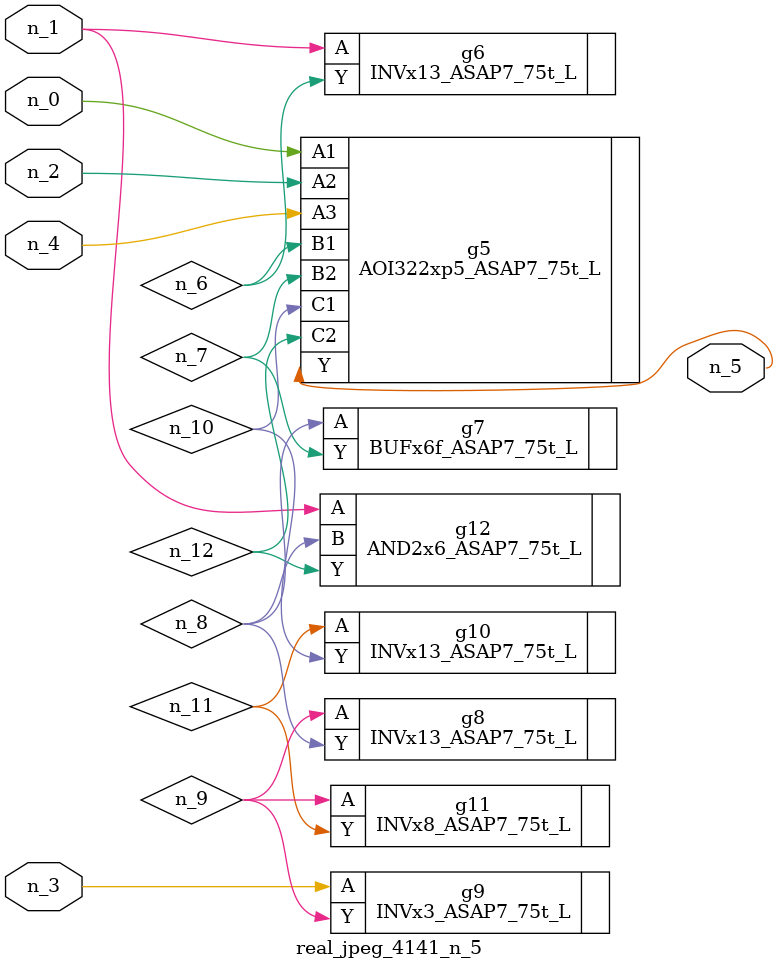
<source format=v>
module real_jpeg_4141_n_5 (n_4, n_0, n_1, n_2, n_3, n_5);

input n_4;
input n_0;
input n_1;
input n_2;
input n_3;

output n_5;

wire n_12;
wire n_8;
wire n_11;
wire n_6;
wire n_7;
wire n_10;
wire n_9;

AOI322xp5_ASAP7_75t_L g5 ( 
.A1(n_0),
.A2(n_2),
.A3(n_4),
.B1(n_6),
.B2(n_7),
.C1(n_10),
.C2(n_12),
.Y(n_5)
);

INVx13_ASAP7_75t_L g6 ( 
.A(n_1),
.Y(n_6)
);

AND2x6_ASAP7_75t_L g12 ( 
.A(n_1),
.B(n_8),
.Y(n_12)
);

INVx3_ASAP7_75t_L g9 ( 
.A(n_3),
.Y(n_9)
);

BUFx6f_ASAP7_75t_L g7 ( 
.A(n_8),
.Y(n_7)
);

INVx13_ASAP7_75t_L g8 ( 
.A(n_9),
.Y(n_8)
);

INVx8_ASAP7_75t_L g11 ( 
.A(n_9),
.Y(n_11)
);

INVx13_ASAP7_75t_L g10 ( 
.A(n_11),
.Y(n_10)
);


endmodule
</source>
